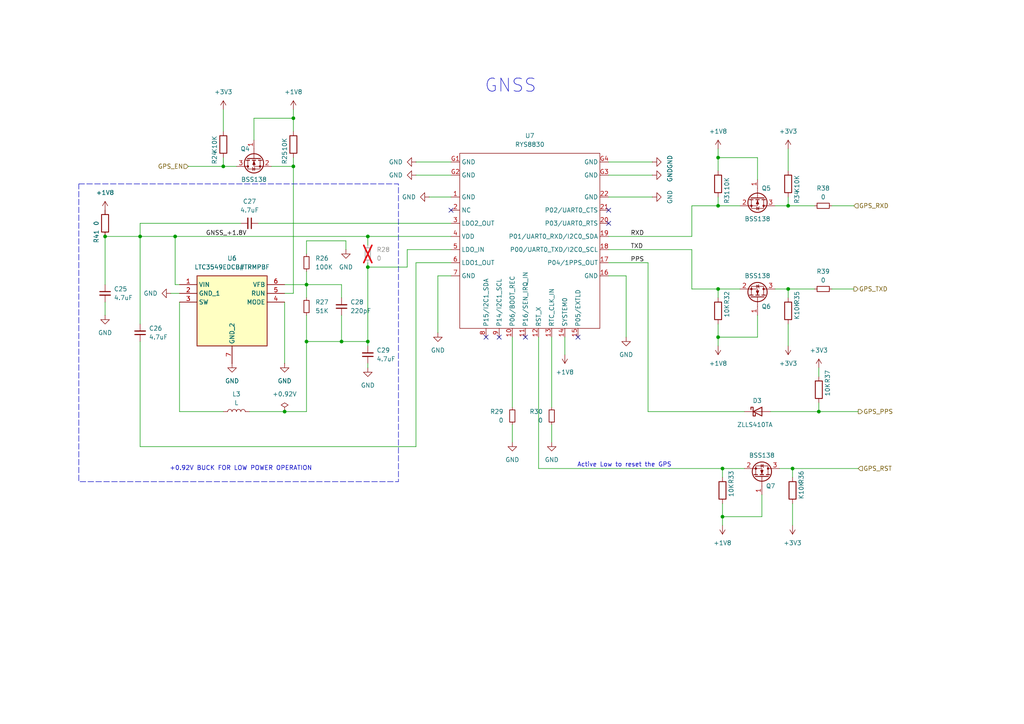
<source format=kicad_sch>
(kicad_sch (version 20231120) (generator "eeschema") (generator_version "8.0")
  (paper "A4")
  (lib_symbols
    (symbol "Device:C_Small" (pin_numbers hide) (pin_names (offset 0.254) hide)
      (property "Reference" "C" (at 0.254 1.778 0))
      (property "Value" "C_Small" (at 0.254 -2.032 0))
      (symbol "C_Small_0_1"
        (polyline (pts (xy -1.524 -0.508) (xy 1.524 -0.508)) (stroke (width 0.3302)))
        (polyline (pts (xy -1.524 0.508) (xy 1.524 0.508)) (stroke (width 0.3048)))
      )
      (symbol "C_Small_1_1"
        (pin passive line (at 0 2.54 270) (length 2.032) (name "~") (number "1"))
        (pin passive line (at 0 -2.54 90) (length 2.032) (name "~") (number "2"))
      )
    )
    (symbol "Device:D_Schottky" (pin_numbers hide) (pin_names (offset 1.016) hide)
      (property "Reference" "D" (at 0 2.54 0))
      (property "Value" "D_Schottky" (at 0 -2.54 0))
      (symbol "D_Schottky_0_1"
        (polyline (pts (xy 1.27 0) (xy -1.27 0)))
        (polyline (pts (xy 1.27 1.27) (xy 1.27 -1.27) (xy -1.27 0) (xy 1.27 1.27)) (stroke (width 0.254)))
        (polyline (pts (xy -1.905 0.635) (xy -1.905 1.27) (xy -1.27 1.27) (xy -1.27 -1.27) (xy -0.635 -1.27) (xy -0.635 -0.635)) (stroke (width 0.254)))
      )
      (symbol "D_Schottky_1_1"
        (pin passive line (at -3.81 0 0) (length 2.54) (name "K") (number "1"))
        (pin passive line (at 3.81 0 180) (length 2.54) (name "A") (number "2"))
      )
    )
    (symbol "Device:L" (pin_numbers hide) (pin_names (offset 1.016) hide)
      (property "Reference" "L" (at -1.27 0 90))
      (property "Value" "L" (at 1.905 0 90))
      (symbol "L_0_1"
        (arc (start 0 -2.54) (mid 0.6323 -1.905) (end 0 -1.27))
        (arc (start 0 -1.27) (mid 0.6323 -0.635) (end 0 0))
        (arc (start 0 0) (mid 0.6323 0.635) (end 0 1.27))
        (arc (start 0 1.27) (mid 0.6323 1.905) (end 0 2.54))
      )
      (symbol "L_1_1"
        (pin passive line (at 0 3.81 270) (length 1.27) (name "1") (number "1"))
        (pin passive line (at 0 -3.81 90) (length 1.27) (name "2") (number "2"))
      )
    )
    (symbol "Device:R" (pin_numbers hide) (pin_names (offset 0))
      (property "Reference" "R" (at 2.032 0 90))
      (property "Value" "R" (at 0 0 90))
      (symbol "R_0_1"
        (rectangle (start -1.016 -2.54) (end 1.016 2.54) (stroke (width 0.254)))
      )
      (symbol "R_1_1"
        (pin passive line (at 0 3.81 270) (length 1.27) (name "~") (number "1"))
        (pin passive line (at 0 -3.81 90) (length 1.27) (name "~") (number "2"))
      )
    )
    (symbol "Device:R_Small" (pin_numbers hide) (pin_names (offset 0.254) hide)
      (property "Reference" "R" (at 0.762 0.508 0))
      (property "Value" "R_Small" (at 0.762 -1.016 0))
      (symbol "R_Small_0_1"
        (rectangle (start -0.762 1.778) (end 0.762 -1.778) (stroke (width 0.2032)))
      )
      (symbol "R_Small_1_1"
        (pin passive line (at 0 2.54 270) (length 0.762) (name "~") (number "1"))
        (pin passive line (at 0 -2.54 90) (length 0.762) (name "~") (number "2"))
      )
    )
    (symbol "LTC3549EDCB#TRMPBF:LTC3549EDCB#TRMPBF"
      (property "Reference" "IC" (at 26.67 7.62 0))
      (property "Value" "LTC3549EDCB#TRMPBF" (at 26.67 5.08 0))
      (symbol "LTC3549EDCB#TRMPBF_1_1"
        (rectangle (start 5.08 2.54) (end 25.4 -17.78) (stroke (width 0.254)) (fill (type background)))
        (pin passive line (at 0 0 0) (length 5.08) (name "VIN") (number "1"))
        (pin passive line (at 0 -2.54 0) (length 5.08) (name "GND_1") (number "2"))
        (pin passive line (at 0 -5.08 0) (length 5.08) (name "SW") (number "3"))
        (pin passive line (at 30.48 -5.08 180) (length 5.08) (name "MODE") (number "4"))
        (pin passive line (at 30.48 -2.54 180) (length 5.08) (name "RUN") (number "5"))
        (pin passive line (at 30.48 0 180) (length 5.08) (name "VFB") (number "6"))
        (pin passive line (at 15.24 -22.86 90) (length 5.08) (name "GND_2") (number "7"))
      )
    )
    (symbol "Reyas:RYS8830"
      (property "Reference" "U" (at 0.508 3.556 0))
      (property "Value" "RYS8830" (at 4.064 1.27 0))
      (symbol "RYS8830_0_1"
        (rectangle (start 0 0) (end 40.64 -50.8))
      )
      (symbol "RYS8830_1_1"
        (pin passive line (at -2.54 -12.7 0) (length 2.54) (name "GND") (number "1"))
        (pin passive line (at 15.24 -53.34 90) (length 2.54) (name "P06/BOOT_REC") (number "10"))
        (pin passive line (at 19.05 -53.34 90) (length 2.54) (name "P16/SEN_IRQ_IN") (number "11"))
        (pin passive line (at 22.86 -53.34 90) (length 2.54) (name "RST_X") (number "12"))
        (pin passive line (at 26.67 -53.34 90) (length 2.54) (name "RTC_CLK_IN") (number "13"))
        (pin passive line (at 30.48 -53.34 90) (length 2.54) (name "SYSTEM0") (number "14"))
        (pin passive line (at 34.29 -53.34 90) (length 2.54) (name "P05/EXTLD") (number "15"))
        (pin power_out line (at 43.18 -35.56 180) (length 2.54) (name "GND") (number "16"))
        (pin passive line (at 43.18 -31.75 180) (length 2.54) (name "P04/1PPS_OUT") (number "17"))
        (pin passive line (at 43.18 -27.94 180) (length 2.54) (name "P00/UART0_TXD/I2C0_SCL") (number "18"))
        (pin passive line (at 43.18 -24.13 180) (length 2.54) (name "P01/UART0_RXD/I2C0_SDA") (number "19"))
        (pin passive line (at -2.54 -16.51 0) (length 2.54) (name "NC") (number "2"))
        (pin passive line (at 43.18 -20.32 180) (length 2.54) (name "P03/UART0_RTS") (number "20"))
        (pin passive line (at 43.18 -16.51 180) (length 2.54) (name "P02/UART0_CTS") (number "21"))
        (pin power_out line (at 43.18 -12.7 180) (length 2.54) (name "GND") (number "22"))
        (pin passive line (at -2.54 -20.32 0) (length 2.54) (name "LDO2_OUT") (number "3"))
        (pin power_out line (at -2.54 -24.13 0) (length 2.54) (name "VDD") (number "4"))
        (pin power_in line (at -2.54 -27.94 0) (length 2.54) (name "LDO_IN") (number "5"))
        (pin power_out line (at -2.54 -31.75 0) (length 2.54) (name "LDO1_OUT") (number "6"))
        (pin power_in line (at -2.54 -35.56 0) (length 2.54) (name "GND") (number "7"))
        (pin passive line (at 7.62 -53.34 90) (length 2.54) (name "P15/I2C1_SDA") (number "8"))
        (pin passive line (at 11.43 -53.34 90) (length 2.54) (name "P14/I2C1_SCL") (number "9"))
        (pin power_in line (at -2.54 -2.54 0) (length 2.54) (name "GND") (number "G1"))
        (pin power_in line (at -2.54 -6.35 0) (length 2.54) (name "GND") (number "G2"))
        (pin power_out line (at 43.18 -6.35 180) (length 2.54) (name "GND") (number "G3"))
        (pin power_out line (at 43.18 -2.54 180) (length 2.54) (name "GND") (number "G4"))
      )
    )
    (symbol "Transistor_FET:BSS138" (pin_names hide)
      (property "Reference" "Q" (at 5.08 1.905 0))
      (property "Value" "BSS138" (at 5.08 0 0))
      (symbol "BSS138_0_1"
        (polyline (pts (xy 0.254 0) (xy -2.54 0)))
        (polyline (pts (xy 0.254 1.905) (xy 0.254 -1.905)) (stroke (width 0.254)))
        (polyline (pts (xy 0.762 -1.27) (xy 0.762 -2.286)) (stroke (width 0.254)))
        (polyline (pts (xy 0.762 0.508) (xy 0.762 -0.508)) (stroke (width 0.254)))
        (polyline (pts (xy 0.762 2.286) (xy 0.762 1.27)) (stroke (width 0.254)))
        (polyline (pts (xy 2.54 2.54) (xy 2.54 1.778)))
        (polyline (pts (xy 2.54 -2.54) (xy 2.54 0) (xy 0.762 0)))
        (polyline (pts (xy 0.762 -1.778) (xy 3.302 -1.778) (xy 3.302 1.778) (xy 0.762 1.778)))
        (polyline (pts (xy 1.016 0) (xy 2.032 0.381) (xy 2.032 -0.381) (xy 1.016 0)) (fill (type outline)))
        (polyline (pts (xy 2.794 0.508) (xy 2.921 0.381) (xy 3.683 0.381) (xy 3.81 0.254)))
        (polyline (pts (xy 3.302 0.381) (xy 2.921 -0.254) (xy 3.683 -0.254) (xy 3.302 0.381)))
        (circle (center 1.651 0) (radius 2.794) (stroke (width 0.254)))
        (circle (center 2.54 -1.778) (radius 0.254) (fill (type outline)))
        (circle (center 2.54 1.778) (radius 0.254) (fill (type outline)))
      )
      (symbol "BSS138_1_1"
        (pin input line (at -5.08 0 0) (length 2.54) (name "G") (number "1"))
        (pin passive line (at 2.54 -5.08 90) (length 2.54) (name "S") (number "2"))
        (pin passive line (at 2.54 5.08 270) (length 2.54) (name "D") (number "3"))
      )
    )
    (symbol "power:+3.3V" (power) (pin_names (offset 0))
      (property "Value" "+3.3V" (at 0 3.556 0))
      (symbol "+3.3V_0_1"
        (polyline (pts (xy -0.762 1.27) (xy 0 2.54)))
        (polyline (pts (xy 0 0) (xy 0 2.54)))
        (polyline (pts (xy 0 2.54) (xy 0.762 1.27)))
      )
      (symbol "+3.3V_1_1"
        (pin power_in line (at 0 0 90) (length 0) hide (name "+3V3") (number "1"))
      )
    )
    (symbol "power:+5V" (power) (pin_names (offset 0))
      (property "Value" "+5V" (at 0 3.556 0))
      (symbol "+5V_0_1"
        (polyline (pts (xy -0.762 1.27) (xy 0 2.54)))
        (polyline (pts (xy 0 0) (xy 0 2.54)))
        (polyline (pts (xy 0 2.54) (xy 0.762 1.27)))
      )
      (symbol "+5V_1_1"
        (pin power_in line (at 0 0 90) (length 0) hide (name "+5V") (number "1"))
      )
    )
    (symbol "power:GND" (power) (pin_numbers hide) (pin_names (offset 0) hide)
      (property "Value" "GND" (at 0 -3.81 0))
      (symbol "GND_0_1"
        (polyline (pts (xy 0 0) (xy 0 -1.27) (xy 1.27 -1.27) (xy 0 -2.54) (xy -1.27 -1.27) (xy 0 -1.27)))
      )
      (symbol "GND_1_1"
        (pin power_in line (at 0 0 270) (length 0) (name "~") (number "1"))
      )
    )
    (symbol "power:PWR_FLAG" (power) (pin_numbers hide) (pin_names (offset 0) hide)
      (property "Value" "PWR_FLAG" (at 0 3.81 0))
      (symbol "PWR_FLAG_0_0"
        (pin power_out line (at 0 0 90) (length 0) (name "~") (number "1"))
      )
      (symbol "PWR_FLAG_0_1"
        (polyline (pts (xy 0 0) (xy 0 1.27) (xy -1.016 1.905) (xy 0 2.54) (xy 1.016 1.905) (xy 0 1.27)))
      )
    )
  )
  (junction (at 208.28 97.79))
  (junction (at 229.87 135.89))
  (junction (at 106.68 99.06))
  (junction (at 82.55 119.38))
  (junction (at 88.9 82.55))
  (junction (at 106.68 77.47))
  (junction (at 40.64 68.58))
  (junction (at 85.09 34.29))
  (junction (at 208.28 59.69))
  (junction (at 106.68 68.58))
  (junction (at 85.09 48.26))
  (junction (at 209.55 149.86))
  (junction (at 99.06 99.06))
  (junction (at 88.9 99.06))
  (junction (at 64.77 48.26))
  (junction (at 209.55 135.89))
  (junction (at 208.28 45.72))
  (junction (at 208.28 83.82))
  (junction (at 228.6 59.69))
  (junction (at 228.6 83.82))
  (junction (at 237.49 119.38))
  (junction (at 50.8 68.58))
  (junction (at 30.48 68.58))
  (no_connect (at 144.78 97.79))
  (no_connect (at 167.64 97.79))
  (no_connect (at 176.53 60.96))
  (no_connect (at 130.81 60.96))
  (no_connect (at 176.53 64.77))
  (no_connect (at 140.97 97.79))
  (no_connect (at 152.4 97.79))
  (wire (pts (xy 208.28 45.72) (xy 219.71 45.72)))
  (wire (pts (xy 52.07 119.38) (xy 64.77 119.38)))
  (wire (pts (xy 85.09 48.26) (xy 78.74 48.26)))
  (wire (pts (xy 208.28 100.33) (xy 208.28 97.79)))
  (wire (pts (xy 237.49 116.84) (xy 237.49 119.38)))
  (wire (pts (xy 209.55 149.86) (xy 209.55 146.05)))
  (wire (pts (xy 160.02 128.27) (xy 160.02 123.19)))
  (wire (pts (xy 100.33 69.85) (xy 88.9 69.85)))
  (wire (pts (xy 220.98 143.51) (xy 220.98 149.86)))
  (wire (pts (xy 176.53 46.99) (xy 189.23 46.99)))
  (wire (pts (xy 88.9 91.44) (xy 88.9 99.06)))
  (wire (pts (xy 130.81 72.39) (xy 118.11 72.39)))
  (wire (pts (xy 148.59 97.79) (xy 148.59 118.11)))
  (wire (pts (xy 130.81 80.01) (xy 127 80.01)))
  (wire (pts (xy 30.48 87.63) (xy 30.48 91.44)))
  (wire (pts (xy 209.55 152.4) (xy 209.55 149.86)))
  (wire (pts (xy 85.09 34.29) (xy 85.09 38.1)))
  (wire (pts (xy 176.53 57.15) (xy 189.23 57.15)))
  (wire (pts (xy 82.55 87.63) (xy 82.55 105.41)))
  (wire (pts (xy 229.87 138.43) (xy 229.87 135.89)))
  (wire (pts (xy 130.81 68.58) (xy 106.68 68.58)))
  (wire (pts (xy 219.71 52.07) (xy 219.71 45.72)))
  (wire (pts (xy 148.59 123.19) (xy 148.59 128.27)))
  (wire (pts (xy 228.6 43.18) (xy 228.6 49.53)))
  (wire (pts (xy 219.71 91.44) (xy 219.71 97.79)))
  (wire (pts (xy 200.66 59.69) (xy 208.28 59.69)))
  (wire (pts (xy 229.87 135.89) (xy 226.06 135.89)))
  (wire (pts (xy 106.68 68.58) (xy 106.68 71.12)))
  (wire (pts (xy 73.66 40.64) (xy 73.66 34.29)))
  (wire (pts (xy 106.68 77.47) (xy 106.68 99.06)))
  (wire (pts (xy 118.11 72.39) (xy 118.11 77.47)))
  (wire (pts (xy 52.07 85.09) (xy 49.53 85.09)))
  (wire (pts (xy 64.77 31.75) (xy 64.77 38.1)))
  (wire (pts (xy 229.87 135.89) (xy 248.92 135.89)))
  (wire (pts (xy 187.96 76.2) (xy 176.53 76.2)))
  (wire (pts (xy 106.68 105.41) (xy 106.68 106.68)))
  (wire (pts (xy 209.55 135.89) (xy 215.9 135.89)))
  (wire (pts (xy 241.3 59.69) (xy 247.65 59.69)))
  (wire (pts (xy 120.65 129.54) (xy 40.64 129.54)))
  (wire (pts (xy 209.55 149.86) (xy 220.98 149.86)))
  (wire (pts (xy 228.6 100.33) (xy 228.6 93.98)))
  (wire (pts (xy 176.53 50.8) (xy 189.23 50.8)))
  (wire (pts (xy 99.06 86.36) (xy 99.06 82.55)))
  (wire (pts (xy 163.83 97.79) (xy 163.83 102.87)))
  (wire (pts (xy 72.39 119.38) (xy 82.55 119.38)))
  (wire (pts (xy 160.02 97.79) (xy 160.02 118.11)))
  (wire (pts (xy 208.28 43.18) (xy 208.28 45.72)))
  (wire (pts (xy 120.65 76.2) (xy 120.65 129.54)))
  (wire (pts (xy 50.8 82.55) (xy 52.07 82.55)))
  (wire (pts (xy 88.9 99.06) (xy 99.06 99.06)))
  (wire (pts (xy 228.6 83.82) (xy 224.79 83.82)))
  (wire (pts (xy 208.28 97.79) (xy 208.28 93.98)))
  (wire (pts (xy 120.65 46.99) (xy 130.81 46.99)))
  (wire (pts (xy 181.61 80.01) (xy 176.53 80.01)))
  (wire (pts (xy 241.3 83.82) (xy 247.65 83.82)))
  (wire (pts (xy 99.06 91.44) (xy 99.06 99.06)))
  (wire (pts (xy 176.53 68.58) (xy 200.66 68.58)))
  (wire (pts (xy 40.64 68.58) (xy 40.64 93.98)))
  (wire (pts (xy 88.9 69.85) (xy 88.9 73.66)))
  (wire (pts (xy 82.55 85.09) (xy 85.09 85.09)))
  (wire (pts (xy 85.09 31.75) (xy 85.09 34.29)))
  (wire (pts (xy 85.09 45.72) (xy 85.09 48.26)))
  (wire (pts (xy 124.46 57.15) (xy 130.81 57.15)))
  (wire (pts (xy 40.64 64.77) (xy 69.85 64.77)))
  (wire (pts (xy 64.77 48.26) (xy 68.58 48.26)))
  (wire (pts (xy 74.93 64.77) (xy 130.81 64.77)))
  (wire (pts (xy 52.07 87.63) (xy 52.07 119.38)))
  (wire (pts (xy 228.6 57.15) (xy 228.6 59.69)))
  (wire (pts (xy 200.66 59.69) (xy 200.66 68.58)))
  (wire (pts (xy 208.28 45.72) (xy 208.28 49.53)))
  (wire (pts (xy 229.87 152.4) (xy 229.87 146.05)))
  (wire (pts (xy 200.66 83.82) (xy 208.28 83.82)))
  (wire (pts (xy 99.06 82.55) (xy 88.9 82.55)))
  (wire (pts (xy 54.61 48.26) (xy 64.77 48.26)))
  (wire (pts (xy 88.9 78.74) (xy 88.9 82.55)))
  (wire (pts (xy 181.61 97.79) (xy 181.61 80.01)))
  (wire (pts (xy 187.96 119.38) (xy 187.96 76.2)))
  (wire (pts (xy 208.28 57.15) (xy 208.28 59.69)))
  (wire (pts (xy 223.52 119.38) (xy 237.49 119.38)))
  (wire (pts (xy 130.81 76.2) (xy 120.65 76.2)))
  (wire (pts (xy 200.66 72.39) (xy 200.66 83.82)))
  (wire (pts (xy 208.28 83.82) (xy 214.63 83.82)))
  (wire (pts (xy 228.6 59.69) (xy 224.79 59.69)))
  (wire (pts (xy 50.8 68.58) (xy 106.68 68.58)))
  (wire (pts (xy 208.28 97.79) (xy 219.71 97.79)))
  (wire (pts (xy 50.8 68.58) (xy 50.8 82.55)))
  (wire (pts (xy 82.55 82.55) (xy 88.9 82.55)))
  (wire (pts (xy 187.96 119.38) (xy 215.9 119.38)))
  (wire (pts (xy 88.9 119.38) (xy 88.9 99.06)))
  (wire (pts (xy 85.09 34.29) (xy 73.66 34.29)))
  (wire (pts (xy 228.6 59.69) (xy 236.22 59.69)))
  (wire (pts (xy 106.68 77.47) (xy 106.68 76.2)))
  (wire (pts (xy 120.65 50.8) (xy 130.81 50.8)))
  (wire (pts (xy 106.68 99.06) (xy 99.06 99.06)))
  (wire (pts (xy 156.21 135.89) (xy 209.55 135.89)))
  (wire (pts (xy 156.21 97.79) (xy 156.21 135.89)))
  (wire (pts (xy 208.28 86.36) (xy 208.28 83.82)))
  (wire (pts (xy 30.48 68.58) (xy 40.64 68.58)))
  (wire (pts (xy 85.09 48.26) (xy 85.09 85.09)))
  (wire (pts (xy 228.6 86.36) (xy 228.6 83.82)))
  (wire (pts (xy 40.64 68.58) (xy 50.8 68.58)))
  (wire (pts (xy 228.6 83.82) (xy 236.22 83.82)))
  (wire (pts (xy 127 80.01) (xy 127 96.52)))
  (wire (pts (xy 40.64 129.54) (xy 40.64 99.06)))
  (wire (pts (xy 106.68 99.06) (xy 106.68 100.33)))
  (wire (pts (xy 82.55 119.38) (xy 88.9 119.38)))
  (wire (pts (xy 88.9 82.55) (xy 88.9 86.36)))
  (wire (pts (xy 118.11 77.47) (xy 106.68 77.47)))
  (wire (pts (xy 100.33 72.39) (xy 100.33 69.85)))
  (wire (pts (xy 209.55 138.43) (xy 209.55 135.89)))
  (wire (pts (xy 237.49 119.38) (xy 248.92 119.38)))
  (wire (pts (xy 40.64 64.77) (xy 40.64 68.58)))
  (wire (pts (xy 237.49 106.68) (xy 237.49 109.22)))
  (wire (pts (xy 176.53 72.39) (xy 200.66 72.39)))
  (wire (pts (xy 208.28 59.69) (xy 214.63 59.69)))
  (wire (pts (xy 64.77 45.72) (xy 64.77 48.26)))
  (wire (pts (xy 30.48 68.58) (xy 30.48 82.55)))
  (rectangle (start 22.86 53.34) (end 115.57 139.7) (stroke (width 0) (type dash)))
  (text "GNSS\n" (at 140.462 27.178 0) (effects (font (size 3.81 3.81)) (justify left bottom)))
  (text "Active Low to reset the GPS\n" (at 181.102 134.874 0) (effects (font (size 1.27 1.27))))
  (text "+0.92V BUCK FOR LOW POWER OPERATION" (at 69.85 135.89 0) (effects (font (size 1.27 1.27))))
  (label "TXD" (at 182.88 72.39 0))
  (label "RXD" (at 182.88 68.58 0))
  (label "GNSS_+1.8V" (at 59.69 68.58 0))
  (label "PPS" (at 182.88 76.2 0))
  (hierarchical_label "GPS_EN" (shape input) (at 54.61 48.26 180))
  (hierarchical_label "GPS_RXD" (shape input) (at 247.65 59.69 0))
  (hierarchical_label "GPS_TXD" (shape output) (at 247.65 83.82 0))
  (hierarchical_label "GPS_PPS" (shape output) (at 248.92 119.38 0))
  (hierarchical_label "GPS_RST" (shape input) (at 248.92 135.89 0))
  (symbol (lib_id "power:PWR_FLAG") (at 82.55 119.38 0) (unit 1)
    (property "Reference" "#FLG01" (effects (hide yes)))
    (property "Value" "+0.92V" (at 82.55 114.3 0))
    (property "Description" "Special symbol for telling ERC where power comes from" (effects (hide yes)))
  )
  (symbol (lib_id "Device:R") (at 208.28 53.34 180) (unit 1)
    (property "Reference" "R31" (at 210.82 57.15 90))
    (property "Value" "10K" (at 210.82 53.34 90))
    (property "Footprint" "Resistor_SMD:R_0402_1005Metric" (effects (hide yes)))
  )
  (symbol (lib_id "Transistor_FET:BSS138") (at 219.71 57.15 270) (unit 1)
    (property "Reference" "Q5" (at 222.25 54.61 90))
    (property "Value" "BSS138" (at 219.71 63.5 90))
    (property "Footprint" "Package_TO_SOT_SMD:SOT-23" (effects (hide yes)))
    (property "Datasheet" "https://www.onsemi.com/pub/Collateral/BSS138-D.PDF" (effects (hide yes)))
  )
  (symbol (lib_id "Device:C_Small") (at 40.64 96.52 180) (unit 1)
    (property "Reference" "C26" (at 43.18 95.2435 0) (effects (justify right)))
    (property "Value" "4.7uF" (at 43.18 97.7835 0) (effects (justify right)))
    (property "Footprint" "Capacitor_SMD:C_0603_1608Metric" (effects (hide yes)))
    (property "Description" "Unpolarized capacitor, small symbol" (effects (hide yes)))
  )
  (symbol (lib_id "Device:R") (at 228.6 90.17 0) (mirror y) (unit 1)
    (property "Reference" "R35" (at 231.14 86.36 90))
    (property "Value" "K10K" (at 231.14 90.17 90))
    (property "Footprint" "Resistor_SMD:R_0402_1005Metric" (effects (hide yes)))
  )
  (symbol (lib_id "power:GND") (at 124.46 57.15 270) (unit 1)
    (property "Reference" "#PWR055" (effects (hide yes)))
    (property "Value" "GND" (at 120.65 57.1499 90) (effects (justify right)))
    (property "Description" "Power symbol creates a global label with name \"GND\" , ground" (effects (hide yes)))
  )
  (symbol (lib_id "power:GND") (at 100.33 72.39 0) (unit 1)
    (property "Reference" "#PWR051" (effects (hide yes)))
    (property "Value" "GND" (at 100.33 77.47 0))
    (property "Description" "Power symbol creates a global label with name \"GND\" , ground" (effects (hide yes)))
  )
  (symbol (lib_id "Reyas:RYS8830") (at 133.35 44.45 0) (unit 1)
    (property "Reference" "U7" (at 153.67 39.37 0))
    (property "Value" "RYS8830" (at 153.67 41.91 0))
    (property "Footprint" "Project:RYS8830" (effects (hide yes)))
    (property "Datasheet" "https://reyax.com//upload/products_download/download_file/RYS8830.pdf" (effects (hide yes)))
  )
  (symbol (lib_id "Device:R_Small") (at 148.59 120.65 0) (mirror x) (unit 1)
    (property "Reference" "R29" (at 146.05 119.3799 0) (effects (justify right)))
    (property "Value" "0" (at 146.05 121.9199 0) (effects (justify right)))
    (property "Footprint" "Resistor_SMD:R_0402_1005Metric" (effects (hide yes)))
    (property "Description" "Resistor, small symbol" (effects (hide yes)))
  )
  (symbol (lib_id "power:GND") (at 148.59 128.27 0) (unit 1)
    (property "Reference" "#PWR057" (effects (hide yes)))
    (property "Value" "GND" (at 148.59 133.35 0))
    (property "Description" "Power symbol creates a global label with name \"GND\" , ground" (effects (hide yes)))
  )
  (symbol (lib_id "Device:C_Small") (at 106.68 102.87 180) (unit 1)
    (property "Reference" "C29" (at 109.22 101.5935 0) (effects (justify right)))
    (property "Value" "4.7uF" (at 109.22 104.1335 0) (effects (justify right)))
    (property "Footprint" "Capacitor_SMD:C_0603_1608Metric" (effects (hide yes)))
    (property "Description" "Unpolarized capacitor, small symbol" (effects (hide yes)))
  )
  (symbol (lib_id "power:+3.3V") (at 85.09 31.75 0) (mirror y) (unit 1)
    (property "Reference" "#PWR050" (effects (hide yes)))
    (property "Value" "+1V8" (at 85.09 26.67 0))
  )
  (symbol (lib_id "Device:L") (at 68.58 119.38 90) (unit 1)
    (property "Reference" "L3" (at 68.58 114.3 90))
    (property "Value" "L" (at 68.58 116.84 90))
    (property "Footprint" "Inductor_SMD:L_0402_1005Metric" (effects (hide yes)))
    (property "Description" "Inductor" (effects (hide yes)))
  )
  (symbol (lib_id "Device:R_Small") (at 160.02 120.65 0) (mirror x) (unit 1)
    (property "Reference" "R30" (at 157.48 119.3799 0) (effects (justify right)))
    (property "Value" "0" (at 157.48 121.9199 0) (effects (justify right)))
    (property "Footprint" "Resistor_SMD:R_0402_1005Metric" (effects (hide yes)))
    (property "Description" "Resistor, small symbol" (effects (hide yes)))
  )
  (symbol (lib_id "power:+3.3V") (at 209.55 152.4 0) (mirror x) (unit 1)
    (property "Reference" "#PWR066" (effects (hide yes)))
    (property "Value" "+1V8" (at 209.55 157.48 0))
  )
  (symbol (lib_id "Transistor_FET:BSS138") (at 73.66 45.72 90) (mirror x) (unit 1)
    (property "Reference" "Q4" (at 71.12 43.18 90))
    (property "Value" "BSS138" (at 73.66 52.07 90))
    (property "Footprint" "Package_TO_SOT_SMD:SOT-23" (effects (hide yes)))
    (property "Datasheet" "https://www.onsemi.com/pub/Collateral/BSS138-D.PDF" (effects (hide yes)))
  )
  (symbol (lib_id "power:+5V") (at 228.6 100.33 0) (mirror x) (unit 1)
    (property "Reference" "#PWR068" (effects (hide yes)))
    (property "Value" "+3V3" (at 228.6 105.41 0))
  )
  (symbol (lib_id "power:GND") (at 82.55 105.41 0) (unit 1)
    (property "Reference" "#PWR049" (effects (hide yes)))
    (property "Value" "GND" (at 82.55 110.49 0))
    (property "Description" "Power symbol creates a global label with name \"GND\" , ground" (effects (hide yes)))
  )
  (symbol (lib_id "Device:R_Small") (at 238.76 83.82 90) (unit 1)
    (property "Reference" "R39" (at 238.76 78.74 90))
    (property "Value" "0" (at 238.76 81.28 90))
    (property "Footprint" "Resistor_SMD:R_0402_1005Metric" (effects (hide yes)))
    (property "Description" "Resistor, small symbol" (effects (hide yes)))
  )
  (symbol (lib_id "power:GND") (at 160.02 128.27 0) (unit 1)
    (property "Reference" "#PWR058" (effects (hide yes)))
    (property "Value" "GND" (at 160.02 133.35 0))
    (property "Description" "Power symbol creates a global label with name \"GND\" , ground" (effects (hide yes)))
  )
  (symbol (lib_id "Device:R") (at 208.28 90.17 0) (mirror y) (unit 1)
    (property "Reference" "R32" (at 210.82 86.36 90))
    (property "Value" "10K" (at 210.82 90.17 90))
    (property "Footprint" "Resistor_SMD:R_0402_1005Metric" (effects (hide yes)))
  )
  (symbol (lib_id "power:GND") (at 189.23 46.99 90) (unit 1)
    (property "Reference" "#PWR061" (effects (hide yes)))
    (property "Value" "GND" (at 194.31 46.99 0))
    (property "Description" "Power symbol creates a global label with name \"GND\" , ground" (effects (hide yes)))
  )
  (symbol (lib_id "power:+3.3V") (at 208.28 43.18 0) (unit 1)
    (property "Reference" "#PWR064" (effects (hide yes)))
    (property "Value" "+1V8" (at 208.28 38.1 0))
  )
  (symbol (lib_id "Device:R_Small") (at 106.68 73.66 0) (unit 1) (dnp yes)
    (property "Reference" "R28" (at 109.22 72.3899 0) (effects (justify left)))
    (property "Value" "0" (at 109.22 74.9299 0) (effects (justify left)))
    (property "Footprint" "Resistor_SMD:R_0402_1005Metric" (effects (hide yes)))
    (property "Description" "Resistor, small symbol" (effects (hide yes)))
  )
  (symbol (lib_id "power:+3.3V") (at 163.83 102.87 0) (mirror x) (unit 1)
    (property "Reference" "#PWR059" (effects (hide yes)))
    (property "Value" "+1V8" (at 163.83 107.95 0))
  )
  (symbol (lib_id "power:GND") (at 30.48 91.44 0) (unit 1)
    (property "Reference" "#PWR045" (effects (hide yes)))
    (property "Value" "GND" (at 30.48 96.52 0))
    (property "Description" "Power symbol creates a global label with name \"GND\" , ground" (effects (hide yes)))
  )
  (symbol (lib_id "Device:D_Schottky") (at 219.71 119.38 0) (unit 1)
    (property "Reference" "D3" (at 220.98 116.205 0) (effects (justify right)))
    (property "Value" "ZLLS410TA" (at 224.155 123.19 0) (effects (justify right)))
    (property "Footprint" "Diode_SMD:D_SOD-323F" (effects (hide yes)))
  )
  (symbol (lib_id "Device:C_Small") (at 30.48 85.09 0) (unit 1)
    (property "Reference" "C25" (at 33.02 83.8262 0) (effects (justify left)))
    (property "Value" "4.7uF" (at 33.02 86.3662 0) (effects (justify left)))
    (property "Footprint" "Capacitor_SMD:C_0603_1608Metric" (effects (hide yes)))
    (property "Description" "Unpolarized capacitor, small symbol" (effects (hide yes)))
  )
  (symbol (lib_id "Device:R") (at 64.77 41.91 0) (mirror x) (unit 1)
    (property "Reference" "R24" (at 62.23 45.72 90))
    (property "Value" "K10K" (at 62.23 41.91 90))
    (property "Footprint" "Resistor_SMD:R_0402_1005Metric" (effects (hide yes)))
  )
  (symbol (lib_id "Device:R") (at 30.48 64.77 0) (mirror x) (unit 1)
    (property "Reference" "R41" (at 27.94 68.58 90))
    (property "Value" "0" (at 27.94 64.77 90))
    (property "Footprint" "Resistor_SMD:R_0402_1005Metric" (effects (hide yes)))
  )
  (symbol (lib_id "power:+5V") (at 64.77 31.75 0) (mirror y) (unit 1)
    (property "Reference" "#PWR047" (effects (hide yes)))
    (property "Value" "+3V3" (at 64.77 26.67 0))
  )
  (symbol (lib_id "power:+5V") (at 229.87 152.4 0) (mirror x) (unit 1)
    (property "Reference" "#PWR069" (effects (hide yes)))
    (property "Value" "+3V3" (at 229.87 157.48 0))
  )
  (symbol (lib_id "Transistor_FET:BSS138") (at 220.98 138.43 270) (mirror x) (unit 1)
    (property "Reference" "Q7" (at 223.52 140.97 90))
    (property "Value" "BSS138" (at 220.98 132.08 90))
    (property "Footprint" "Package_TO_SOT_SMD:SOT-23" (effects (hide yes)))
    (property "Datasheet" "https://www.onsemi.com/pub/Collateral/BSS138-D.PDF" (effects (hide yes)))
  )
  (symbol (lib_id "Device:C_Small") (at 72.39 64.77 270) (unit 1)
    (property "Reference" "C27" (at 72.3836 58.42 90))
    (property "Value" "4.7uF" (at 72.3836 60.96 90))
    (property "Footprint" "Capacitor_SMD:C_0603_1608Metric" (effects (hide yes)))
    (property "Description" "Unpolarized capacitor, small symbol" (effects (hide yes)))
  )
  (symbol (lib_id "power:GND") (at 189.23 50.8 90) (unit 1)
    (property "Reference" "#PWR062" (effects (hide yes)))
    (property "Value" "GND" (at 194.31 50.8 0))
    (property "Description" "Power symbol creates a global label with name \"GND\" , ground" (effects (hide yes)))
  )
  (symbol (lib_id "Device:R") (at 237.49 113.03 0) (mirror y) (unit 1)
    (property "Reference" "R37" (at 240.03 109.22 90))
    (property "Value" "10K" (at 240.03 113.03 90))
    (property "Footprint" "Resistor_SMD:R_0402_1005Metric" (effects (hide yes)))
  )
  (symbol (lib_id "LTC3549EDCB#TRMPBF:LTC3549EDCB#TRMPBF") (at 52.07 82.55 0) (unit 1)
    (property "Reference" "U6" (at 67.31 74.93 0))
    (property "Value" "LTC3549EDCB#TRMPBF" (at 67.31 77.47 0))
    (property "Footprint" "Project:SON50P300X200X80-7N-D" (effects (hide yes)))
    (property "Datasheet" "https://www.analog.com/media/en/technical-documentation/data-sheets/3549f.pdf" (effects (hide yes)))
    (property "Description" "Linear Technology LTC3549EDCB#TRMPBF, Step Down Buck Boost Switching Regulator, 250mA, Adjustable" (effects (hide yes)))
    (property "Height" "0.8" (effects (hide yes)))
    (property "Mouser Part Number" "584-C3549EDCBTRMPBF" (effects (hide yes)))
    (property "Mouser Price/Stock" "https://www.mouser.co.uk/ProductDetail/Analog-Devices/LTC3549EDCBTRMPBF?qs=hVkxg5c3xu%2Ft3z%252BtqK2sZA%3D%3D" (effects (hide yes)))
    (property "Manufacturer_Name" "Analog Devices" (effects (hide yes)))
    (property "Manufacturer_Part_Number" "LTC3549EDCB#TRMPBF" (effects (hide yes)))
  )
  (symbol (lib_id "Device:C_Small") (at 99.06 88.9 180) (unit 1)
    (property "Reference" "C28" (at 101.6 87.6235 0) (effects (justify right)))
    (property "Value" "220pF" (at 101.6 90.1635 0) (effects (justify right)))
    (property "Footprint" "Capacitor_SMD:C_0603_1608Metric" (effects (hide yes)))
    (property "Description" "Unpolarized capacitor, small symbol" (effects (hide yes)))
  )
  (symbol (lib_id "Device:R") (at 228.6 53.34 180) (unit 1)
    (property "Reference" "R34" (at 231.14 57.15 90))
    (property "Value" "K10K" (at 231.14 53.34 90))
    (property "Footprint" "Resistor_SMD:R_0402_1005Metric" (effects (hide yes)))
  )
  (symbol (lib_id "power:GND") (at 106.68 106.68 0) (unit 1)
    (property "Reference" "#PWR052" (effects (hide yes)))
    (property "Value" "GND" (at 106.68 111.76 0))
    (property "Description" "Power symbol creates a global label with name \"GND\" , ground" (effects (hide yes)))
  )
  (symbol (lib_id "power:+5V") (at 228.6 43.18 0) (unit 1)
    (property "Reference" "#PWR067" (effects (hide yes)))
    (property "Value" "+3V3" (at 228.6 38.1 0))
  )
  (symbol (lib_id "power:GND") (at 189.23 57.15 90) (unit 1)
    (property "Reference" "#PWR063" (effects (hide yes)))
    (property "Value" "GND" (at 194.31 57.15 0))
    (property "Description" "Power symbol creates a global label with name \"GND\" , ground" (effects (hide yes)))
  )
  (symbol (lib_id "power:+3.3V") (at 30.48 60.96 0) (mirror y) (unit 1)
    (property "Reference" "#PWR074" (effects (hide yes)))
    (property "Value" "+1V8" (at 30.48 55.88 0))
  )
  (symbol (lib_id "power:+5V") (at 237.49 106.68 0) (mirror y) (unit 1)
    (property "Reference" "#PWR070" (effects (hide yes)))
    (property "Value" "+3V3" (at 237.49 101.6 0))
  )
  (symbol (lib_id "Device:R_Small") (at 238.76 59.69 90) (unit 1)
    (property "Reference" "R38" (at 238.76 54.61 90))
    (property "Value" "0" (at 238.76 57.15 90))
    (property "Footprint" "Resistor_SMD:R_0402_1005Metric" (effects (hide yes)))
    (property "Description" "Resistor, small symbol" (effects (hide yes)))
  )
  (symbol (lib_id "power:GND") (at 181.61 97.79 0) (unit 1)
    (property "Reference" "#PWR060" (effects (hide yes)))
    (property "Value" "GND" (at 181.61 102.87 0))
    (property "Description" "Power symbol creates a global label with name \"GND\" , ground" (effects (hide yes)))
  )
  (symbol (lib_id "power:+3.3V") (at 208.28 100.33 0) (mirror x) (unit 1)
    (property "Reference" "#PWR065" (effects (hide yes)))
    (property "Value" "+1V8" (at 208.28 105.41 0))
  )
  (symbol (lib_id "Device:R") (at 209.55 142.24 0) (mirror y) (unit 1)
    (property "Reference" "R33" (at 212.09 138.43 90))
    (property "Value" "10K" (at 212.09 142.24 90))
    (property "Footprint" "Resistor_SMD:R_0402_1005Metric" (effects (hide yes)))
  )
  (symbol (lib_id "Device:R_Small") (at 88.9 88.9 0) (unit 1)
    (property "Reference" "R27" (at 91.44 87.6299 0) (effects (justify left)))
    (property "Value" "51K" (at 91.44 90.1699 0) (effects (justify left)))
    (property "Footprint" "Resistor_SMD:R_0402_1005Metric" (effects (hide yes)))
    (property "Description" "Resistor, small symbol" (effects (hide yes)))
  )
  (symbol (lib_id "power:GND") (at 120.65 46.99 270) (unit 1)
    (property "Reference" "#PWR053" (effects (hide yes)))
    (property "Value" "GND" (at 116.84 46.9899 90) (effects (justify right)))
    (property "Description" "Power symbol creates a global label with name \"GND\" , ground" (effects (hide yes)))
  )
  (symbol (lib_id "Device:R_Small") (at 88.9 76.2 0) (unit 1)
    (property "Reference" "R26" (at 91.44 74.9299 0) (effects (justify left)))
    (property "Value" "100K" (at 91.44 77.4699 0) (effects (justify left)))
    (property "Footprint" "Resistor_SMD:R_0402_1005Metric" (effects (hide yes)))
    (property "Description" "Resistor, small symbol" (effects (hide yes)))
  )
  (symbol (lib_id "power:GND") (at 127 96.52 0) (unit 1)
    (property "Reference" "#PWR056" (effects (hide yes)))
    (property "Value" "GND" (at 127 101.6 0))
    (property "Description" "Power symbol creates a global label with name \"GND\" , ground" (effects (hide yes)))
  )
  (symbol (lib_id "Device:R") (at 85.09 41.91 0) (mirror x) (unit 1)
    (property "Reference" "R25" (at 82.55 45.72 90))
    (property "Value" "10K" (at 82.55 41.91 90))
    (property "Footprint" "Resistor_SMD:R_0402_1005Metric" (effects (hide yes)))
  )
  (symbol (lib_id "power:GND") (at 49.53 85.09 270) (unit 1)
    (property "Reference" "#PWR046" (effects (hide yes)))
    (property "Value" "GND" (at 45.72 85.0899 90) (effects (justify right)))
    (property "Description" "Power symbol creates a global label with name \"GND\" , ground" (effects (hide yes)))
  )
  (symbol (lib_id "Transistor_FET:BSS138") (at 219.71 86.36 270) (mirror x) (unit 1)
    (property "Reference" "Q6" (at 222.25 88.9 90))
    (property "Value" "BSS138" (at 219.71 80.01 90))
    (property "Footprint" "Package_TO_SOT_SMD:SOT-23" (effects (hide yes)))
    (property "Datasheet" "https://www.onsemi.com/pub/Collateral/BSS138-D.PDF" (effects (hide yes)))
  )
  (symbol (lib_id "power:GND") (at 67.31 105.41 0) (unit 1)
    (property "Reference" "#PWR048" (effects (hide yes)))
    (property "Value" "GND" (at 67.31 110.49 0))
    (property "Description" "Power symbol creates a global label with name \"GND\" , ground" (effects (hide yes)))
  )
  (symbol (lib_id "Device:R") (at 229.87 142.24 0) (mirror y) (unit 1)
    (property "Reference" "R36" (at 232.41 138.43 90))
    (property "Value" "K10K" (at 232.41 142.24 90))
    (property "Footprint" "Resistor_SMD:R_0402_1005Metric" (effects (hide yes)))
  )
  (symbol (lib_id "power:GND") (at 120.65 50.8 270) (unit 1)
    (property "Reference" "#PWR054" (effects (hide yes)))
    (property "Value" "GND" (at 116.84 50.7999 90) (effects (justify right)))
    (property "Description" "Power symbol creates a global label with name \"GND\" , ground" (effects (hide yes)))
  )
)
</source>
